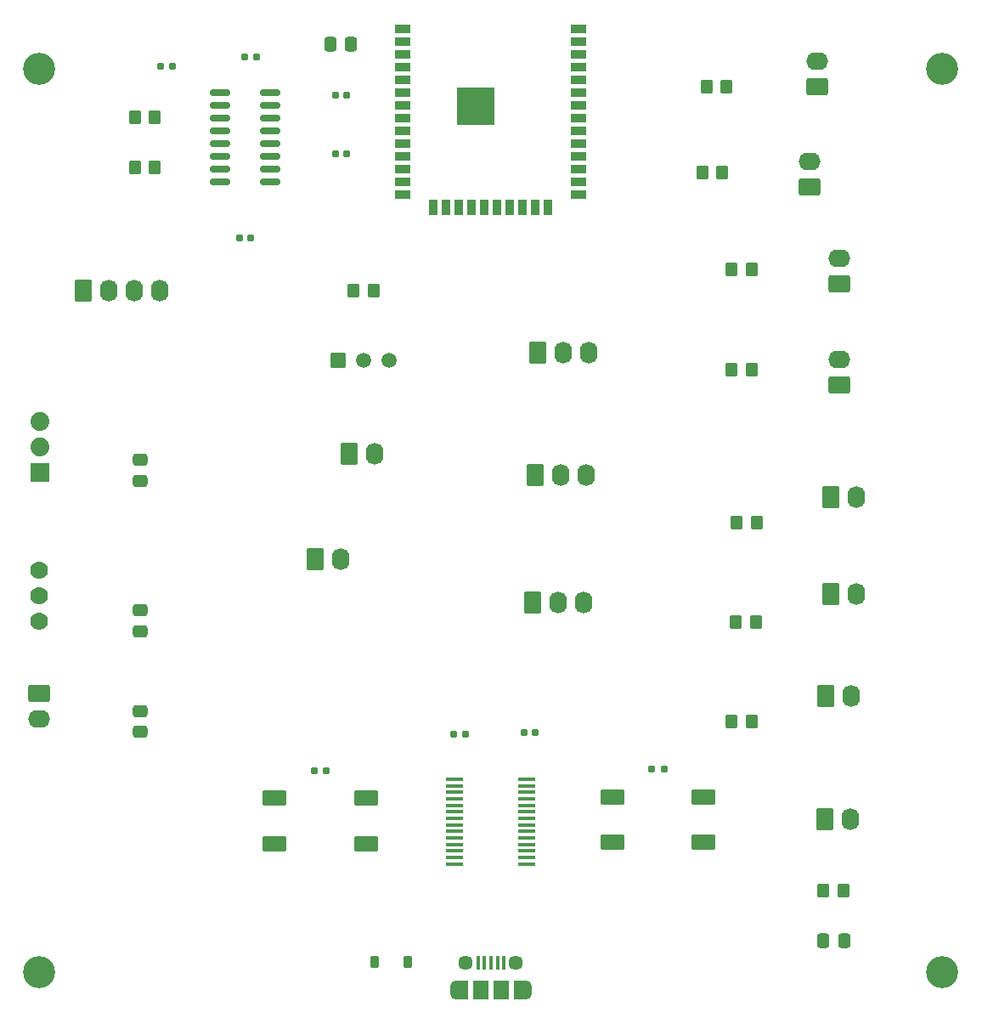
<source format=gbr>
%TF.GenerationSoftware,KiCad,Pcbnew,8.0.8*%
%TF.CreationDate,2025-04-06T12:17:53-05:00*%
%TF.ProjectId,ECE 445 PCBWay Order 4,45434520-3434-4352-9050-434257617920,rev?*%
%TF.SameCoordinates,Original*%
%TF.FileFunction,Soldermask,Top*%
%TF.FilePolarity,Negative*%
%FSLAX46Y46*%
G04 Gerber Fmt 4.6, Leading zero omitted, Abs format (unit mm)*
G04 Created by KiCad (PCBNEW 8.0.8) date 2025-04-06 12:17:53*
%MOMM*%
%LPD*%
G01*
G04 APERTURE LIST*
G04 Aperture macros list*
%AMRoundRect*
0 Rectangle with rounded corners*
0 $1 Rounding radius*
0 $2 $3 $4 $5 $6 $7 $8 $9 X,Y pos of 4 corners*
0 Add a 4 corners polygon primitive as box body*
4,1,4,$2,$3,$4,$5,$6,$7,$8,$9,$2,$3,0*
0 Add four circle primitives for the rounded corners*
1,1,$1+$1,$2,$3*
1,1,$1+$1,$4,$5*
1,1,$1+$1,$6,$7*
1,1,$1+$1,$8,$9*
0 Add four rect primitives between the rounded corners*
20,1,$1+$1,$2,$3,$4,$5,0*
20,1,$1+$1,$4,$5,$6,$7,0*
20,1,$1+$1,$6,$7,$8,$9,0*
20,1,$1+$1,$8,$9,$2,$3,0*%
G04 Aperture macros list end*
%ADD10RoundRect,0.250000X-0.620000X-0.845000X0.620000X-0.845000X0.620000X0.845000X-0.620000X0.845000X0*%
%ADD11O,1.740000X2.190000*%
%ADD12RoundRect,0.250000X0.475000X-0.337500X0.475000X0.337500X-0.475000X0.337500X-0.475000X-0.337500X0*%
%ADD13RoundRect,0.250000X-0.337500X-0.475000X0.337500X-0.475000X0.337500X0.475000X-0.337500X0.475000X0*%
%ADD14RoundRect,0.160000X-0.197500X-0.160000X0.197500X-0.160000X0.197500X0.160000X-0.197500X0.160000X0*%
%ADD15RoundRect,0.250000X0.845000X-0.620000X0.845000X0.620000X-0.845000X0.620000X-0.845000X-0.620000X0*%
%ADD16O,2.190000X1.740000*%
%ADD17C,3.200000*%
%ADD18RoundRect,0.250000X0.350000X0.450000X-0.350000X0.450000X-0.350000X-0.450000X0.350000X-0.450000X0*%
%ADD19RoundRect,0.155000X-0.212500X-0.155000X0.212500X-0.155000X0.212500X0.155000X-0.212500X0.155000X0*%
%ADD20RoundRect,0.102000X-1.050000X-0.700000X1.050000X-0.700000X1.050000X0.700000X-1.050000X0.700000X0*%
%ADD21R,1.879600X1.879600*%
%ADD22C,1.879600*%
%ADD23RoundRect,0.250000X-0.475000X0.337500X-0.475000X-0.337500X0.475000X-0.337500X0.475000X0.337500X0*%
%ADD24RoundRect,0.102000X-0.649000X-0.649000X0.649000X-0.649000X0.649000X0.649000X-0.649000X0.649000X0*%
%ADD25C,1.502000*%
%ADD26RoundRect,0.250000X-0.350000X-0.450000X0.350000X-0.450000X0.350000X0.450000X-0.350000X0.450000X0*%
%ADD27R,1.750000X0.450000*%
%ADD28C,1.778000*%
%ADD29C,0.600000*%
%ADD30R,3.800000X3.800000*%
%ADD31R,1.500000X0.900000*%
%ADD32R,0.900000X1.500000*%
%ADD33R,0.400000X1.350000*%
%ADD34O,1.200000X1.900000*%
%ADD35R,1.200000X1.900000*%
%ADD36C,1.450000*%
%ADD37R,1.500000X1.900000*%
%ADD38RoundRect,0.150000X-0.850000X-0.150000X0.850000X-0.150000X0.850000X0.150000X-0.850000X0.150000X0*%
%ADD39RoundRect,0.225000X-0.225000X-0.375000X0.225000X-0.375000X0.225000X0.375000X-0.225000X0.375000X0*%
%ADD40RoundRect,0.250000X-0.845000X0.620000X-0.845000X-0.620000X0.845000X-0.620000X0.845000X0.620000X0*%
G04 APERTURE END LIST*
D10*
%TO.C,J16*%
X132461000Y-93853000D03*
D11*
X135001000Y-93853000D03*
%TD*%
D12*
%TO.C,C2*%
X115000000Y-86037500D03*
X115000000Y-83962500D03*
%TD*%
D13*
%TO.C,C9*%
X183112500Y-131826000D03*
X185187500Y-131826000D03*
%TD*%
D14*
%TO.C,R1*%
X132393500Y-114924000D03*
X133588500Y-114924000D03*
%TD*%
D15*
%TO.C,J4*%
X181737000Y-56769000D03*
D16*
X181737000Y-54229000D03*
%TD*%
D17*
%TO.C,H2*%
X105000000Y-45000000D03*
%TD*%
D18*
%TO.C,R9*%
X176508000Y-90188000D03*
X174508000Y-90188000D03*
%TD*%
D10*
%TO.C,J14*%
X135890000Y-83312000D03*
D11*
X138430000Y-83312000D03*
%TD*%
D19*
%TO.C,C7*%
X124948500Y-61816000D03*
X126083500Y-61816000D03*
%TD*%
D10*
%TO.C,J11*%
X154178000Y-98171000D03*
D11*
X156718000Y-98171000D03*
X159258000Y-98171000D03*
%TD*%
D20*
%TO.C,SW1*%
X162096000Y-117547000D03*
X171196000Y-117547000D03*
X162096000Y-122047000D03*
X171196000Y-122047000D03*
%TD*%
D21*
%TO.C,U6*%
X105029000Y-85217000D03*
D22*
X105029000Y-82677000D03*
X105029000Y-80137000D03*
%TD*%
D23*
%TO.C,C3*%
X115000000Y-108962500D03*
X115000000Y-111037500D03*
%TD*%
D17*
%TO.C,H3*%
X105000000Y-135000000D03*
%TD*%
D24*
%TO.C,Q1*%
X134747000Y-74041000D03*
D25*
X137287000Y-74041000D03*
X139827000Y-74041000D03*
%TD*%
D15*
%TO.C,J15*%
X184678000Y-76454000D03*
D16*
X184678000Y-73914000D03*
%TD*%
D26*
%TO.C,R10*%
X136303000Y-67056000D03*
X138303000Y-67056000D03*
%TD*%
D10*
%TO.C,J9*%
X183388000Y-107442000D03*
D11*
X185928000Y-107442000D03*
%TD*%
D15*
%TO.C,J6*%
X182499000Y-46736000D03*
D16*
X182499000Y-44196000D03*
%TD*%
D12*
%TO.C,C1*%
X115000000Y-101037500D03*
X115000000Y-98962500D03*
%TD*%
D27*
%TO.C,U4*%
X146400000Y-115775000D03*
X146400000Y-116425000D03*
X146400000Y-117075000D03*
X146400000Y-117725000D03*
X146400000Y-118375000D03*
X146400000Y-119025000D03*
X146400000Y-119675000D03*
X146400000Y-120325000D03*
X146400000Y-120975000D03*
X146400000Y-121625000D03*
X146400000Y-122275000D03*
X146400000Y-122925000D03*
X146400000Y-123575000D03*
X146400000Y-124225000D03*
X153600000Y-124225000D03*
X153600000Y-123575000D03*
X153600000Y-122925000D03*
X153600000Y-122275000D03*
X153600000Y-121625000D03*
X153600000Y-120975000D03*
X153600000Y-120325000D03*
X153600000Y-119675000D03*
X153600000Y-119025000D03*
X153600000Y-118375000D03*
X153600000Y-117725000D03*
X153600000Y-117075000D03*
X153600000Y-116425000D03*
X153600000Y-115775000D03*
%TD*%
D10*
%TO.C,J1*%
X109347000Y-67056000D03*
D11*
X111887000Y-67056000D03*
X114427000Y-67056000D03*
X116967000Y-67056000D03*
%TD*%
D10*
%TO.C,J12*%
X154432000Y-85471000D03*
D11*
X156972000Y-85471000D03*
X159512000Y-85471000D03*
%TD*%
D19*
%TO.C,C6*%
X117102000Y-44704000D03*
X118237000Y-44704000D03*
%TD*%
D10*
%TO.C,J8*%
X183896000Y-97282000D03*
D11*
X186436000Y-97282000D03*
%TD*%
D13*
%TO.C,C4*%
X133962500Y-42500000D03*
X136037500Y-42500000D03*
%TD*%
D17*
%TO.C,H1*%
X195000000Y-45000000D03*
%TD*%
D18*
%TO.C,R8*%
X176000000Y-110000000D03*
X174000000Y-110000000D03*
%TD*%
D26*
%TO.C,R6*%
X183150000Y-126826000D03*
X185150000Y-126826000D03*
%TD*%
D10*
%TO.C,J10*%
X183896000Y-87630000D03*
D11*
X186436000Y-87630000D03*
%TD*%
D28*
%TO.C,U5*%
X105000000Y-100000000D03*
X105000000Y-97460000D03*
X105000000Y-94920000D03*
%TD*%
D18*
%TO.C,R4*%
X176000000Y-65000000D03*
X174000000Y-65000000D03*
%TD*%
D19*
%TO.C,C11*%
X134501000Y-53467000D03*
X135636000Y-53467000D03*
%TD*%
D10*
%TO.C,J13*%
X154686000Y-73279000D03*
D11*
X157226000Y-73279000D03*
X159766000Y-73279000D03*
%TD*%
D26*
%TO.C,R13*%
X114516000Y-49816000D03*
X116516000Y-49816000D03*
%TD*%
D29*
%TO.C,U1*%
X149860000Y-49441000D03*
X149860000Y-48041000D03*
X149160000Y-50141000D03*
X149160000Y-48741000D03*
X149160000Y-47341000D03*
D30*
X148460000Y-48741000D03*
D29*
X148435000Y-49441000D03*
X148435000Y-48041000D03*
X147760000Y-50141000D03*
X147760000Y-48741000D03*
X147760000Y-47341000D03*
X147060000Y-49441000D03*
X147060000Y-48041000D03*
D31*
X158710000Y-41021000D03*
X158710000Y-42291000D03*
X158710000Y-43561000D03*
X158710000Y-44831000D03*
X158710000Y-46101000D03*
X158710000Y-47371000D03*
X158710000Y-48641000D03*
X158710000Y-49911000D03*
X158710000Y-51181000D03*
X158710000Y-52451000D03*
X158710000Y-53721000D03*
X158710000Y-54991000D03*
X158710000Y-56261000D03*
X158710000Y-57531000D03*
D32*
X155680000Y-58781000D03*
X154410000Y-58781000D03*
X153140000Y-58781000D03*
X151870000Y-58781000D03*
X150600000Y-58781000D03*
X149330000Y-58781000D03*
X148060000Y-58781000D03*
X146790000Y-58781000D03*
X145520000Y-58781000D03*
X144250000Y-58781000D03*
D31*
X141210000Y-57531000D03*
X141210000Y-56261000D03*
X141210000Y-54991000D03*
X141210000Y-53721000D03*
X141210000Y-52451000D03*
X141210000Y-51181000D03*
X141210000Y-49911000D03*
X141210000Y-48641000D03*
X141210000Y-47371000D03*
X141210000Y-46101000D03*
X141210000Y-44831000D03*
X141210000Y-43561000D03*
X141210000Y-42291000D03*
X141210000Y-41021000D03*
%TD*%
D33*
%TO.C,J2*%
X148700000Y-134079000D03*
X149350000Y-134079000D03*
X150000000Y-134079000D03*
X150650000Y-134079000D03*
X151300000Y-134079000D03*
D34*
X146500000Y-136779000D03*
D35*
X147100000Y-136779000D03*
D36*
X147500000Y-134079000D03*
D37*
X149000000Y-136779000D03*
X151000000Y-136779000D03*
D36*
X152500000Y-134079000D03*
D35*
X152900000Y-136779000D03*
D34*
X153500000Y-136779000D03*
%TD*%
D19*
%TO.C,C8*%
X146312000Y-111252000D03*
X147447000Y-111252000D03*
%TD*%
D20*
%TO.C,SW3*%
X128441000Y-117674000D03*
X137541000Y-117674000D03*
X128441000Y-122174000D03*
X137541000Y-122174000D03*
%TD*%
D15*
%TO.C,J5*%
X184678000Y-66454000D03*
D16*
X184678000Y-63914000D03*
%TD*%
D18*
%TO.C,R11*%
X176000000Y-75000000D03*
X174000000Y-75000000D03*
%TD*%
D19*
%TO.C,C12*%
X153297000Y-111125000D03*
X154432000Y-111125000D03*
%TD*%
%TO.C,C10*%
X125484000Y-43815000D03*
X126619000Y-43815000D03*
%TD*%
D38*
%TO.C,U2*%
X123016000Y-47371000D03*
X123016000Y-48641000D03*
X123016000Y-49911000D03*
X123016000Y-51181000D03*
X123016000Y-52451000D03*
X123016000Y-53721000D03*
X123016000Y-54991000D03*
X123016000Y-56261000D03*
X128016000Y-56261000D03*
X128016000Y-54991000D03*
X128016000Y-53721000D03*
X128016000Y-52451000D03*
X128016000Y-51181000D03*
X128016000Y-49911000D03*
X128016000Y-48641000D03*
X128016000Y-47371000D03*
%TD*%
D10*
%TO.C,J7*%
X183261000Y-119761000D03*
D11*
X185801000Y-119761000D03*
%TD*%
D18*
%TO.C,R7*%
X176381000Y-100139000D03*
X174381000Y-100139000D03*
%TD*%
%TO.C,R3*%
X173059000Y-55315000D03*
X171059000Y-55315000D03*
%TD*%
D14*
%TO.C,R2*%
X166048500Y-114797000D03*
X167243500Y-114797000D03*
%TD*%
D19*
%TO.C,C5*%
X134501000Y-47625000D03*
X135636000Y-47625000D03*
%TD*%
D17*
%TO.C,H4*%
X195000000Y-135000000D03*
%TD*%
D39*
%TO.C,D2*%
X138432000Y-133985000D03*
X141732000Y-133985000D03*
%TD*%
D26*
%TO.C,R12*%
X114516000Y-54816000D03*
X116516000Y-54816000D03*
%TD*%
D40*
%TO.C,J3*%
X105000000Y-107188000D03*
D16*
X105000000Y-109728000D03*
%TD*%
D18*
%TO.C,R5*%
X173499000Y-46736000D03*
X171499000Y-46736000D03*
%TD*%
M02*

</source>
